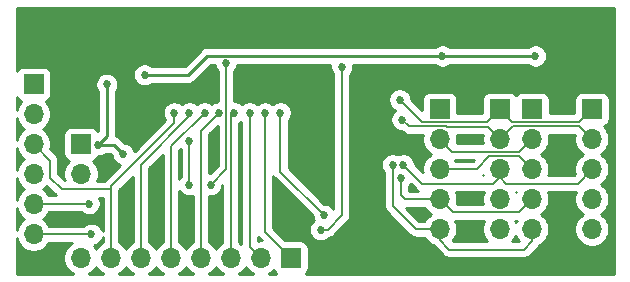
<source format=gbr>
%TF.GenerationSoftware,KiCad,Pcbnew,5.1.10-88a1d61d58~88~ubuntu20.04.1*%
%TF.CreationDate,2021-05-20T12:50:06-04:00*%
%TF.ProjectId,hexdisplay8,68657864-6973-4706-9c61-79382e6b6963,rev?*%
%TF.SameCoordinates,Original*%
%TF.FileFunction,Copper,L2,Bot*%
%TF.FilePolarity,Positive*%
%FSLAX46Y46*%
G04 Gerber Fmt 4.6, Leading zero omitted, Abs format (unit mm)*
G04 Created by KiCad (PCBNEW 5.1.10-88a1d61d58~88~ubuntu20.04.1) date 2021-05-20 12:50:06*
%MOMM*%
%LPD*%
G01*
G04 APERTURE LIST*
%TA.AperFunction,ComponentPad*%
%ADD10R,1.700000X1.700000*%
%TD*%
%TA.AperFunction,ComponentPad*%
%ADD11O,1.700000X1.700000*%
%TD*%
%TA.AperFunction,ViaPad*%
%ADD12C,0.685800*%
%TD*%
%TA.AperFunction,Conductor*%
%ADD13C,0.254000*%
%TD*%
%TA.AperFunction,Conductor*%
%ADD14C,0.152400*%
%TD*%
%TA.AperFunction,NonConductor*%
%ADD15C,0.254000*%
%TD*%
%TA.AperFunction,NonConductor*%
%ADD16C,0.100000*%
%TD*%
G04 APERTURE END LIST*
D10*
%TO.P,J3,1*%
%TO.N,GND*%
X142220000Y-110360000D03*
D11*
%TO.P,J3,2*%
%TO.N,VCC*%
X142220000Y-112900000D03*
%TD*%
D10*
%TO.P,J4,1*%
%TO.N,/D0*%
X160000000Y-120000000D03*
D11*
%TO.P,J4,2*%
%TO.N,/D1*%
X157460000Y-120000000D03*
%TO.P,J4,3*%
%TO.N,/D2*%
X154920000Y-120000000D03*
%TO.P,J4,4*%
%TO.N,/D3*%
X152380000Y-120000000D03*
%TO.P,J4,5*%
%TO.N,/D4*%
X149840000Y-120000000D03*
%TO.P,J4,6*%
%TO.N,/D5*%
X147300000Y-120000000D03*
%TO.P,J4,7*%
%TO.N,/D6*%
X144760000Y-120000000D03*
%TO.P,J4,8*%
%TO.N,/D7*%
X142220000Y-120000000D03*
%TD*%
D10*
%TO.P,J5,1*%
%TO.N,GND*%
X138200000Y-105280000D03*
D11*
%TO.P,J5,2*%
%TO.N,VCC*%
X138200000Y-107820000D03*
%TO.P,J5,3*%
%TO.N,/D6*%
X138200000Y-110360000D03*
%TO.P,J5,4*%
%TO.N,/D7*%
X138200000Y-112900000D03*
%TO.P,J5,5*%
%TO.N,/~RESET*%
X138200000Y-115440000D03*
%TO.P,J5,6*%
%TO.N,/D5*%
X138200000Y-117980000D03*
%TD*%
D10*
%TO.P,J11,1*%
%TO.N,/CA2*%
X172600000Y-107400000D03*
D11*
%TO.P,J11,2*%
%TO.N,/F*%
X172600000Y-109940000D03*
%TO.P,J11,3*%
%TO.N,/G*%
X172600000Y-112480000D03*
%TO.P,J11,4*%
%TO.N,/E*%
X172600000Y-115020000D03*
%TO.P,J11,5*%
%TO.N,/D*%
X172600000Y-117560000D03*
%TD*%
%TO.P,J12,5*%
%TO.N,/CA2*%
X177680000Y-117560000D03*
%TO.P,J12,4*%
%TO.N,Net-(J12-Pad4)*%
X177680000Y-115020000D03*
%TO.P,J12,3*%
%TO.N,/C*%
X177680000Y-112480000D03*
%TO.P,J12,2*%
%TO.N,/B*%
X177680000Y-109940000D03*
D10*
%TO.P,J12,1*%
%TO.N,/A*%
X177680000Y-107400000D03*
%TD*%
%TO.P,J21,1*%
%TO.N,/CA1*%
X180400000Y-107400000D03*
D11*
%TO.P,J21,2*%
%TO.N,/F*%
X180400000Y-109940000D03*
%TO.P,J21,3*%
%TO.N,/G*%
X180400000Y-112480000D03*
%TO.P,J21,4*%
%TO.N,/E*%
X180400000Y-115020000D03*
%TO.P,J21,5*%
%TO.N,/D*%
X180400000Y-117560000D03*
%TD*%
%TO.P,J22,5*%
%TO.N,/CA1*%
X185480000Y-117560000D03*
%TO.P,J22,4*%
%TO.N,Net-(J22-Pad4)*%
X185480000Y-115020000D03*
%TO.P,J22,3*%
%TO.N,/C*%
X185480000Y-112480000D03*
%TO.P,J22,2*%
%TO.N,/B*%
X185480000Y-109940000D03*
D10*
%TO.P,J22,1*%
%TO.N,/A*%
X185480000Y-107400000D03*
%TD*%
D12*
%TO.N,GND*%
X143700000Y-110400000D03*
X144400000Y-105300000D03*
X145804112Y-111204112D03*
%TO.N,/A*%
X169200000Y-106600000D03*
%TO.N,/D*%
X168600000Y-112100000D03*
%TO.N,/B*%
X169400000Y-108300000D03*
%TO.N,/E*%
X169300000Y-113200000D03*
%TO.N,/C*%
X169500000Y-112100000D03*
%TO.N,/D0*%
X157800000Y-107700000D03*
%TO.N,/D1*%
X156500000Y-107700000D03*
%TO.N,/D2*%
X155200000Y-107700000D03*
%TO.N,/D3*%
X153900000Y-107700000D03*
%TO.N,/D4*%
X152700000Y-107700000D03*
%TO.N,/D5*%
X151400000Y-107700000D03*
X143100000Y-118000000D03*
%TO.N,/D6*%
X150100000Y-107700000D03*
%TO.N,/~RESET*%
X142900000Y-115400000D03*
%TO.N,Net-(R1-Pad2)*%
X162500000Y-117600000D03*
X164300000Y-103800000D03*
%TO.N,Net-(R7-Pad2)*%
X162800000Y-116400000D03*
X159100000Y-107700000D03*
%TO.N,Net-(R8-Pad2)*%
X151400000Y-113800000D03*
X151400000Y-110100000D03*
%TO.N,Net-(R9-Pad2)*%
X153200000Y-113800000D03*
X154500000Y-103500000D03*
%TO.N,VCC*%
X147600000Y-104500000D03*
X172800000Y-102900000D03*
X180700000Y-102900000D03*
%TD*%
D13*
%TO.N,GND*%
X143700000Y-110400000D02*
X144400000Y-109700000D01*
X144400000Y-109700000D02*
X144400000Y-105300000D01*
X145804112Y-111204112D02*
X145000000Y-110400000D01*
X145000000Y-110400000D02*
X143700000Y-110400000D01*
D14*
%TO.N,/A*%
X176601399Y-108478601D02*
X177680000Y-107400000D01*
X171078601Y-108478601D02*
X176601399Y-108478601D01*
X169200000Y-106600000D02*
X171078601Y-108478601D01*
X177680000Y-107400000D02*
X177680000Y-107480000D01*
X184401399Y-108478601D02*
X185480000Y-107400000D01*
X178678601Y-108478601D02*
X184401399Y-108478601D01*
X177680000Y-107480000D02*
X178678601Y-108478601D01*
%TO.N,/D*%
X168600000Y-112100000D02*
X168600000Y-115600000D01*
X170560000Y-117560000D02*
X172600000Y-117560000D01*
X168600000Y-115600000D02*
X170560000Y-117560000D01*
X172600000Y-117560000D02*
X172600000Y-118500000D01*
X172600000Y-118500000D02*
X173400000Y-119300000D01*
X173400000Y-119300000D02*
X179700000Y-119300000D01*
X180400000Y-118600000D02*
X180400000Y-117560000D01*
X179700000Y-119300000D02*
X180400000Y-118600000D01*
%TO.N,/B*%
X169961399Y-108861399D02*
X173161399Y-108861399D01*
X169400000Y-108300000D02*
X169961399Y-108861399D01*
X173161399Y-108861399D02*
X173200000Y-108900000D01*
X176640000Y-108900000D02*
X177680000Y-109940000D01*
X173200000Y-108900000D02*
X176640000Y-108900000D01*
X184401399Y-108861399D02*
X185480000Y-109940000D01*
X178758601Y-108861399D02*
X184401399Y-108861399D01*
X177680000Y-109940000D02*
X178758601Y-108861399D01*
%TO.N,/E*%
X169720000Y-115020000D02*
X172600000Y-115020000D01*
X172600000Y-115020000D02*
X173700000Y-116120000D01*
X179300000Y-116120000D02*
X180400000Y-115020000D01*
X173700000Y-116120000D02*
X179300000Y-116120000D01*
X169300000Y-113200000D02*
X169300000Y-114700000D01*
X169620000Y-115020000D02*
X169720000Y-115020000D01*
X169300000Y-114700000D02*
X169620000Y-115020000D01*
%TO.N,/C*%
X177100000Y-113700000D02*
X177680000Y-113120000D01*
X177680000Y-113120000D02*
X177680000Y-112480000D01*
X171100000Y-113700000D02*
X177100000Y-113700000D01*
X169500000Y-112100000D02*
X171100000Y-113700000D01*
X177680000Y-112480000D02*
X177680000Y-113180000D01*
X177680000Y-113180000D02*
X178200000Y-113700000D01*
X184260000Y-113700000D02*
X185480000Y-112480000D01*
X178200000Y-113700000D02*
X184260000Y-113700000D01*
%TO.N,/G*%
X172600000Y-112480000D02*
X175720000Y-112480000D01*
X179321399Y-111401399D02*
X180400000Y-112480000D01*
X176798601Y-111401399D02*
X179321399Y-111401399D01*
X175720000Y-112480000D02*
X176798601Y-111401399D01*
%TO.N,/F*%
X172600000Y-109940000D02*
X173660000Y-111000000D01*
X179321399Y-111018601D02*
X180400000Y-109940000D01*
X177143670Y-111000000D02*
X177162271Y-111018601D01*
X177162271Y-111018601D02*
X179321399Y-111018601D01*
X173660000Y-111000000D02*
X177143670Y-111000000D01*
%TO.N,/D0*%
X157800000Y-117800000D02*
X160000000Y-120000000D01*
X157800000Y-107700000D02*
X157800000Y-117800000D01*
%TO.N,/D1*%
X156500000Y-119040000D02*
X157460000Y-120000000D01*
X156500000Y-107700000D02*
X156500000Y-119040000D01*
%TO.N,/D2*%
X155200000Y-107700000D02*
X155100000Y-107700000D01*
X155100000Y-107700000D02*
X154900000Y-107900000D01*
X154900000Y-119980000D02*
X154920000Y-120000000D01*
X154900000Y-107900000D02*
X154900000Y-119980000D01*
%TO.N,/D3*%
X152380000Y-109220000D02*
X152380000Y-120000000D01*
X153900000Y-107700000D02*
X152380000Y-109220000D01*
%TO.N,/D4*%
X149840000Y-110560000D02*
X149840000Y-120000000D01*
X152700000Y-107700000D02*
X149840000Y-110560000D01*
%TO.N,/D5*%
X151400000Y-107700000D02*
X151400000Y-108000000D01*
X151400000Y-108000000D02*
X147300000Y-112100000D01*
X147300000Y-112100000D02*
X147300000Y-120000000D01*
X138220000Y-118000000D02*
X138200000Y-117980000D01*
X143100000Y-118000000D02*
X138220000Y-118000000D01*
%TO.N,/D6*%
X150100000Y-107700000D02*
X150100000Y-108600000D01*
X150100000Y-108600000D02*
X144760000Y-113940000D01*
X138200000Y-110360000D02*
X138200000Y-110476330D01*
X144720000Y-114200000D02*
X144760000Y-114240000D01*
X144760000Y-114240000D02*
X144760000Y-120000000D01*
X144760000Y-113940000D02*
X144760000Y-114240000D01*
X138200000Y-110360000D02*
X139600000Y-111760000D01*
X139600000Y-111760000D02*
X139600000Y-113200000D01*
X140600000Y-114200000D02*
X142000000Y-114200000D01*
X139600000Y-113200000D02*
X140600000Y-114200000D01*
X142000000Y-114200000D02*
X144720000Y-114200000D01*
X141923670Y-114200000D02*
X142000000Y-114200000D01*
%TO.N,/~RESET*%
X138240000Y-115400000D02*
X138200000Y-115440000D01*
X142900000Y-115400000D02*
X138240000Y-115400000D01*
%TO.N,Net-(R1-Pad2)*%
X162500000Y-117600000D02*
X163100000Y-117600000D01*
X163100000Y-117600000D02*
X164300000Y-116400000D01*
X164300000Y-116400000D02*
X164300000Y-103800000D01*
%TO.N,Net-(R7-Pad2)*%
X162800000Y-116400000D02*
X159100000Y-112700000D01*
X159100000Y-112700000D02*
X159100000Y-107700000D01*
%TO.N,Net-(R8-Pad2)*%
X151400000Y-113800000D02*
X151400000Y-110100000D01*
%TO.N,Net-(R9-Pad2)*%
X154500000Y-112500000D02*
X154500000Y-103500000D01*
X153200000Y-113800000D02*
X154500000Y-112500000D01*
D13*
%TO.N,VCC*%
X147600000Y-104500000D02*
X151300000Y-104500000D01*
X151300000Y-104500000D02*
X152922301Y-102877699D01*
D14*
X172777699Y-102877699D02*
X172800000Y-102900000D01*
D13*
X152922301Y-102877699D02*
X172777699Y-102877699D01*
X172800000Y-102900000D02*
X180700000Y-102900000D01*
%TD*%
D15*
X136772068Y-118413158D02*
X136884010Y-118683411D01*
X137046525Y-118926632D01*
X137253368Y-119133475D01*
X137496589Y-119295990D01*
X137766842Y-119407932D01*
X138053740Y-119465000D01*
X138346260Y-119465000D01*
X138633158Y-119407932D01*
X138903411Y-119295990D01*
X139146632Y-119133475D01*
X139353475Y-118926632D01*
X139497422Y-118711200D01*
X141475896Y-118711200D01*
X141273368Y-118846525D01*
X141066525Y-119053368D01*
X140904010Y-119296589D01*
X140792068Y-119566842D01*
X140735000Y-119853740D01*
X140735000Y-120146260D01*
X140792068Y-120433158D01*
X140904010Y-120703411D01*
X141066525Y-120946632D01*
X141273368Y-121153475D01*
X141516589Y-121315990D01*
X141574555Y-121340000D01*
X136760000Y-121340000D01*
X136760000Y-118352489D01*
X136772068Y-118413158D01*
%TA.AperFunction,NonConductor*%
D16*
G36*
X136772068Y-118413158D02*
G01*
X136884010Y-118683411D01*
X137046525Y-118926632D01*
X137253368Y-119133475D01*
X137496589Y-119295990D01*
X137766842Y-119407932D01*
X138053740Y-119465000D01*
X138346260Y-119465000D01*
X138633158Y-119407932D01*
X138903411Y-119295990D01*
X139146632Y-119133475D01*
X139353475Y-118926632D01*
X139497422Y-118711200D01*
X141475896Y-118711200D01*
X141273368Y-118846525D01*
X141066525Y-119053368D01*
X140904010Y-119296589D01*
X140792068Y-119566842D01*
X140735000Y-119853740D01*
X140735000Y-120146260D01*
X140792068Y-120433158D01*
X140904010Y-120703411D01*
X141066525Y-120946632D01*
X141273368Y-121153475D01*
X141516589Y-121315990D01*
X141574555Y-121340000D01*
X136760000Y-121340000D01*
X136760000Y-118352489D01*
X136772068Y-118413158D01*
G37*
%TD.AperFunction*%
D15*
X143606525Y-120946632D02*
X143813368Y-121153475D01*
X144056589Y-121315990D01*
X144114555Y-121340000D01*
X142865445Y-121340000D01*
X142923411Y-121315990D01*
X143166632Y-121153475D01*
X143373475Y-120946632D01*
X143490000Y-120772240D01*
X143606525Y-120946632D01*
%TA.AperFunction,NonConductor*%
D16*
G36*
X143606525Y-120946632D02*
G01*
X143813368Y-121153475D01*
X144056589Y-121315990D01*
X144114555Y-121340000D01*
X142865445Y-121340000D01*
X142923411Y-121315990D01*
X143166632Y-121153475D01*
X143373475Y-120946632D01*
X143490000Y-120772240D01*
X143606525Y-120946632D01*
G37*
%TD.AperFunction*%
D15*
X146146525Y-120946632D02*
X146353368Y-121153475D01*
X146596589Y-121315990D01*
X146654555Y-121340000D01*
X145405445Y-121340000D01*
X145463411Y-121315990D01*
X145706632Y-121153475D01*
X145913475Y-120946632D01*
X146030000Y-120772240D01*
X146146525Y-120946632D01*
%TA.AperFunction,NonConductor*%
D16*
G36*
X146146525Y-120946632D02*
G01*
X146353368Y-121153475D01*
X146596589Y-121315990D01*
X146654555Y-121340000D01*
X145405445Y-121340000D01*
X145463411Y-121315990D01*
X145706632Y-121153475D01*
X145913475Y-120946632D01*
X146030000Y-120772240D01*
X146146525Y-120946632D01*
G37*
%TD.AperFunction*%
D15*
X148686525Y-120946632D02*
X148893368Y-121153475D01*
X149136589Y-121315990D01*
X149194555Y-121340000D01*
X147945445Y-121340000D01*
X148003411Y-121315990D01*
X148246632Y-121153475D01*
X148453475Y-120946632D01*
X148570000Y-120772240D01*
X148686525Y-120946632D01*
%TA.AperFunction,NonConductor*%
D16*
G36*
X148686525Y-120946632D02*
G01*
X148893368Y-121153475D01*
X149136589Y-121315990D01*
X149194555Y-121340000D01*
X147945445Y-121340000D01*
X148003411Y-121315990D01*
X148246632Y-121153475D01*
X148453475Y-120946632D01*
X148570000Y-120772240D01*
X148686525Y-120946632D01*
G37*
%TD.AperFunction*%
D15*
X153766525Y-120946632D02*
X153973368Y-121153475D01*
X154216589Y-121315990D01*
X154274555Y-121340000D01*
X153025445Y-121340000D01*
X153083411Y-121315990D01*
X153326632Y-121153475D01*
X153533475Y-120946632D01*
X153650000Y-120772240D01*
X153766525Y-120946632D01*
%TA.AperFunction,NonConductor*%
D16*
G36*
X153766525Y-120946632D02*
G01*
X153973368Y-121153475D01*
X154216589Y-121315990D01*
X154274555Y-121340000D01*
X153025445Y-121340000D01*
X153083411Y-121315990D01*
X153326632Y-121153475D01*
X153533475Y-120946632D01*
X153650000Y-120772240D01*
X153766525Y-120946632D01*
G37*
%TD.AperFunction*%
D15*
X158560498Y-121094180D02*
X158619463Y-121204494D01*
X158698815Y-121301185D01*
X158746111Y-121340000D01*
X158105445Y-121340000D01*
X158163411Y-121315990D01*
X158406632Y-121153475D01*
X158538487Y-121021620D01*
X158560498Y-121094180D01*
%TA.AperFunction,NonConductor*%
D16*
G36*
X158560498Y-121094180D02*
G01*
X158619463Y-121204494D01*
X158698815Y-121301185D01*
X158746111Y-121340000D01*
X158105445Y-121340000D01*
X158163411Y-121315990D01*
X158406632Y-121153475D01*
X158538487Y-121021620D01*
X158560498Y-121094180D01*
G37*
%TD.AperFunction*%
D15*
X156306525Y-120946632D02*
X156513368Y-121153475D01*
X156756589Y-121315990D01*
X156814555Y-121340000D01*
X155565445Y-121340000D01*
X155623411Y-121315990D01*
X155866632Y-121153475D01*
X156073475Y-120946632D01*
X156190000Y-120772240D01*
X156306525Y-120946632D01*
%TA.AperFunction,NonConductor*%
D16*
G36*
X156306525Y-120946632D02*
G01*
X156513368Y-121153475D01*
X156756589Y-121315990D01*
X156814555Y-121340000D01*
X155565445Y-121340000D01*
X155623411Y-121315990D01*
X155866632Y-121153475D01*
X156073475Y-120946632D01*
X156190000Y-120772240D01*
X156306525Y-120946632D01*
G37*
%TD.AperFunction*%
D15*
X151226525Y-120946632D02*
X151433368Y-121153475D01*
X151676589Y-121315990D01*
X151734555Y-121340000D01*
X150485445Y-121340000D01*
X150543411Y-121315990D01*
X150786632Y-121153475D01*
X150993475Y-120946632D01*
X151110000Y-120772240D01*
X151226525Y-120946632D01*
%TA.AperFunction,NonConductor*%
D16*
G36*
X151226525Y-120946632D02*
G01*
X151433368Y-121153475D01*
X151676589Y-121315990D01*
X151734555Y-121340000D01*
X150485445Y-121340000D01*
X150543411Y-121315990D01*
X150786632Y-121153475D01*
X150993475Y-120946632D01*
X151110000Y-120772240D01*
X151226525Y-120946632D01*
G37*
%TD.AperFunction*%
D15*
X187340000Y-121340000D02*
X161253889Y-121340000D01*
X161301185Y-121301185D01*
X161380537Y-121204494D01*
X161439502Y-121094180D01*
X161475812Y-120974482D01*
X161488072Y-120850000D01*
X161488072Y-119150000D01*
X161475812Y-119025518D01*
X161439502Y-118905820D01*
X161380537Y-118795506D01*
X161301185Y-118698815D01*
X161204494Y-118619463D01*
X161094180Y-118560498D01*
X160974482Y-118524188D01*
X160850000Y-118511928D01*
X159517716Y-118511928D01*
X158511200Y-117505413D01*
X158511200Y-113103614D01*
X158594673Y-113205326D01*
X158621811Y-113227598D01*
X161822100Y-116427888D01*
X161822100Y-116496315D01*
X161859680Y-116685243D01*
X161913694Y-116815646D01*
X161876625Y-116840415D01*
X161740415Y-116976625D01*
X161633396Y-117136790D01*
X161559680Y-117314757D01*
X161522100Y-117503685D01*
X161522100Y-117696315D01*
X161559680Y-117885243D01*
X161633396Y-118063210D01*
X161740415Y-118223375D01*
X161876625Y-118359585D01*
X162036790Y-118466604D01*
X162214757Y-118540320D01*
X162403685Y-118577900D01*
X162596315Y-118577900D01*
X162785243Y-118540320D01*
X162963210Y-118466604D01*
X163123375Y-118359585D01*
X163175783Y-118307177D01*
X163239420Y-118300909D01*
X163373481Y-118260242D01*
X163497033Y-118194202D01*
X163605327Y-118105327D01*
X163627601Y-118078186D01*
X164778200Y-116927588D01*
X164805326Y-116905327D01*
X164827588Y-116878201D01*
X164827597Y-116878192D01*
X164894202Y-116797033D01*
X164903177Y-116780242D01*
X164960242Y-116673481D01*
X165000909Y-116539420D01*
X165011200Y-116434936D01*
X165011200Y-116434927D01*
X165014640Y-116400001D01*
X165011200Y-116365075D01*
X165011200Y-112003685D01*
X167622100Y-112003685D01*
X167622100Y-112196315D01*
X167659680Y-112385243D01*
X167733396Y-112563210D01*
X167840415Y-112723375D01*
X167888800Y-112771760D01*
X167888801Y-115565064D01*
X167885360Y-115600000D01*
X167888801Y-115634936D01*
X167899092Y-115739420D01*
X167916569Y-115797033D01*
X167939759Y-115873481D01*
X168005798Y-115997032D01*
X168069785Y-116075000D01*
X168094674Y-116105327D01*
X168121810Y-116127597D01*
X170032407Y-118038196D01*
X170054673Y-118065327D01*
X170081804Y-118087593D01*
X170081809Y-118087598D01*
X170162967Y-118154202D01*
X170286518Y-118220242D01*
X170307211Y-118226519D01*
X170420580Y-118260909D01*
X170525064Y-118271200D01*
X170525071Y-118271200D01*
X170560000Y-118274640D01*
X170594928Y-118271200D01*
X171289214Y-118271200D01*
X171446525Y-118506632D01*
X171653368Y-118713475D01*
X171896589Y-118875990D01*
X172035879Y-118933686D01*
X172094674Y-119005327D01*
X172121810Y-119027597D01*
X172872402Y-119778190D01*
X172894673Y-119805327D01*
X173002967Y-119894202D01*
X173126519Y-119960242D01*
X173260580Y-120000909D01*
X173365064Y-120011200D01*
X173365071Y-120011200D01*
X173400000Y-120014640D01*
X173434928Y-120011200D01*
X179665074Y-120011200D01*
X179700000Y-120014640D01*
X179734926Y-120011200D01*
X179734936Y-120011200D01*
X179839420Y-120000909D01*
X179973481Y-119960242D01*
X180097033Y-119894202D01*
X180205327Y-119805327D01*
X180227601Y-119778186D01*
X180878200Y-119127589D01*
X180905326Y-119105327D01*
X180927588Y-119078201D01*
X180927597Y-119078192D01*
X180994201Y-118997034D01*
X180994202Y-118997033D01*
X181046244Y-118899669D01*
X181103411Y-118875990D01*
X181346632Y-118713475D01*
X181553475Y-118506632D01*
X181715990Y-118263411D01*
X181827932Y-117993158D01*
X181885000Y-117706260D01*
X181885000Y-117413740D01*
X181827932Y-117126842D01*
X181715990Y-116856589D01*
X181553475Y-116613368D01*
X181346632Y-116406525D01*
X181172240Y-116290000D01*
X181346632Y-116173475D01*
X181553475Y-115966632D01*
X181715990Y-115723411D01*
X181827932Y-115453158D01*
X181885000Y-115166260D01*
X181885000Y-114873740D01*
X181827932Y-114586842D01*
X181755179Y-114411200D01*
X184124821Y-114411200D01*
X184052068Y-114586842D01*
X183995000Y-114873740D01*
X183995000Y-115166260D01*
X184052068Y-115453158D01*
X184164010Y-115723411D01*
X184326525Y-115966632D01*
X184533368Y-116173475D01*
X184707760Y-116290000D01*
X184533368Y-116406525D01*
X184326525Y-116613368D01*
X184164010Y-116856589D01*
X184052068Y-117126842D01*
X183995000Y-117413740D01*
X183995000Y-117706260D01*
X184052068Y-117993158D01*
X184164010Y-118263411D01*
X184326525Y-118506632D01*
X184533368Y-118713475D01*
X184776589Y-118875990D01*
X185046842Y-118987932D01*
X185333740Y-119045000D01*
X185626260Y-119045000D01*
X185913158Y-118987932D01*
X186183411Y-118875990D01*
X186426632Y-118713475D01*
X186633475Y-118506632D01*
X186795990Y-118263411D01*
X186907932Y-117993158D01*
X186965000Y-117706260D01*
X186965000Y-117413740D01*
X186907932Y-117126842D01*
X186795990Y-116856589D01*
X186633475Y-116613368D01*
X186426632Y-116406525D01*
X186252240Y-116290000D01*
X186426632Y-116173475D01*
X186633475Y-115966632D01*
X186795990Y-115723411D01*
X186907932Y-115453158D01*
X186965000Y-115166260D01*
X186965000Y-114873740D01*
X186907932Y-114586842D01*
X186795990Y-114316589D01*
X186633475Y-114073368D01*
X186426632Y-113866525D01*
X186252240Y-113750000D01*
X186426632Y-113633475D01*
X186633475Y-113426632D01*
X186795990Y-113183411D01*
X186907932Y-112913158D01*
X186965000Y-112626260D01*
X186965000Y-112333740D01*
X186907932Y-112046842D01*
X186795990Y-111776589D01*
X186633475Y-111533368D01*
X186426632Y-111326525D01*
X186252240Y-111210000D01*
X186426632Y-111093475D01*
X186633475Y-110886632D01*
X186795990Y-110643411D01*
X186907932Y-110373158D01*
X186965000Y-110086260D01*
X186965000Y-109793740D01*
X186907932Y-109506842D01*
X186795990Y-109236589D01*
X186633475Y-108993368D01*
X186501620Y-108861513D01*
X186574180Y-108839502D01*
X186684494Y-108780537D01*
X186781185Y-108701185D01*
X186860537Y-108604494D01*
X186919502Y-108494180D01*
X186955812Y-108374482D01*
X186968072Y-108250000D01*
X186968072Y-106550000D01*
X186955812Y-106425518D01*
X186919502Y-106305820D01*
X186860537Y-106195506D01*
X186781185Y-106098815D01*
X186684494Y-106019463D01*
X186574180Y-105960498D01*
X186454482Y-105924188D01*
X186330000Y-105911928D01*
X184630000Y-105911928D01*
X184505518Y-105924188D01*
X184385820Y-105960498D01*
X184275506Y-106019463D01*
X184178815Y-106098815D01*
X184099463Y-106195506D01*
X184040498Y-106305820D01*
X184004188Y-106425518D01*
X183991928Y-106550000D01*
X183991928Y-107767401D01*
X181888072Y-107767401D01*
X181888072Y-106550000D01*
X181875812Y-106425518D01*
X181839502Y-106305820D01*
X181780537Y-106195506D01*
X181701185Y-106098815D01*
X181604494Y-106019463D01*
X181494180Y-105960498D01*
X181374482Y-105924188D01*
X181250000Y-105911928D01*
X179550000Y-105911928D01*
X179425518Y-105924188D01*
X179305820Y-105960498D01*
X179195506Y-106019463D01*
X179098815Y-106098815D01*
X179040000Y-106170482D01*
X178981185Y-106098815D01*
X178884494Y-106019463D01*
X178774180Y-105960498D01*
X178654482Y-105924188D01*
X178530000Y-105911928D01*
X176830000Y-105911928D01*
X176705518Y-105924188D01*
X176585820Y-105960498D01*
X176475506Y-106019463D01*
X176378815Y-106098815D01*
X176299463Y-106195506D01*
X176240498Y-106305820D01*
X176204188Y-106425518D01*
X176191928Y-106550000D01*
X176191928Y-107767401D01*
X174088072Y-107767401D01*
X174088072Y-106550000D01*
X174075812Y-106425518D01*
X174039502Y-106305820D01*
X173980537Y-106195506D01*
X173901185Y-106098815D01*
X173804494Y-106019463D01*
X173694180Y-105960498D01*
X173574482Y-105924188D01*
X173450000Y-105911928D01*
X171750000Y-105911928D01*
X171625518Y-105924188D01*
X171505820Y-105960498D01*
X171395506Y-106019463D01*
X171298815Y-106098815D01*
X171219463Y-106195506D01*
X171160498Y-106305820D01*
X171124188Y-106425518D01*
X171111928Y-106550000D01*
X171111928Y-107506140D01*
X170177900Y-106572113D01*
X170177900Y-106503685D01*
X170140320Y-106314757D01*
X170066604Y-106136790D01*
X169959585Y-105976625D01*
X169823375Y-105840415D01*
X169663210Y-105733396D01*
X169485243Y-105659680D01*
X169296315Y-105622100D01*
X169103685Y-105622100D01*
X168914757Y-105659680D01*
X168736790Y-105733396D01*
X168576625Y-105840415D01*
X168440415Y-105976625D01*
X168333396Y-106136790D01*
X168259680Y-106314757D01*
X168222100Y-106503685D01*
X168222100Y-106696315D01*
X168259680Y-106885243D01*
X168333396Y-107063210D01*
X168440415Y-107223375D01*
X168576625Y-107359585D01*
X168736790Y-107466604D01*
X168829573Y-107505036D01*
X168776625Y-107540415D01*
X168640415Y-107676625D01*
X168533396Y-107836790D01*
X168459680Y-108014757D01*
X168422100Y-108203685D01*
X168422100Y-108396315D01*
X168459680Y-108585243D01*
X168533396Y-108763210D01*
X168640415Y-108923375D01*
X168776625Y-109059585D01*
X168936790Y-109166604D01*
X169114757Y-109240320D01*
X169303685Y-109277900D01*
X169372112Y-109277900D01*
X169433801Y-109339589D01*
X169456072Y-109366726D01*
X169564366Y-109455601D01*
X169687918Y-109521641D01*
X169821979Y-109562308D01*
X169926463Y-109572599D01*
X169926472Y-109572599D01*
X169961398Y-109576039D01*
X169996324Y-109572599D01*
X171158988Y-109572599D01*
X171115000Y-109793740D01*
X171115000Y-110086260D01*
X171172068Y-110373158D01*
X171284010Y-110643411D01*
X171446525Y-110886632D01*
X171653368Y-111093475D01*
X171827760Y-111210000D01*
X171653368Y-111326525D01*
X171446525Y-111533368D01*
X171284010Y-111776589D01*
X171172068Y-112046842D01*
X171115000Y-112333740D01*
X171115000Y-112626260D01*
X171135597Y-112729809D01*
X170477900Y-112072112D01*
X170477900Y-112003685D01*
X170440320Y-111814757D01*
X170366604Y-111636790D01*
X170259585Y-111476625D01*
X170123375Y-111340415D01*
X169963210Y-111233396D01*
X169785243Y-111159680D01*
X169596315Y-111122100D01*
X169403685Y-111122100D01*
X169214757Y-111159680D01*
X169050000Y-111227924D01*
X168885243Y-111159680D01*
X168696315Y-111122100D01*
X168503685Y-111122100D01*
X168314757Y-111159680D01*
X168136790Y-111233396D01*
X167976625Y-111340415D01*
X167840415Y-111476625D01*
X167733396Y-111636790D01*
X167659680Y-111814757D01*
X167622100Y-112003685D01*
X165011200Y-112003685D01*
X165011200Y-104471760D01*
X165059585Y-104423375D01*
X165166604Y-104263210D01*
X165240320Y-104085243D01*
X165277900Y-103896315D01*
X165277900Y-103703685D01*
X165265172Y-103639699D01*
X172156739Y-103639699D01*
X172176625Y-103659585D01*
X172336790Y-103766604D01*
X172514757Y-103840320D01*
X172703685Y-103877900D01*
X172896315Y-103877900D01*
X173085243Y-103840320D01*
X173263210Y-103766604D01*
X173419761Y-103662000D01*
X180080239Y-103662000D01*
X180236790Y-103766604D01*
X180414757Y-103840320D01*
X180603685Y-103877900D01*
X180796315Y-103877900D01*
X180985243Y-103840320D01*
X181163210Y-103766604D01*
X181323375Y-103659585D01*
X181459585Y-103523375D01*
X181566604Y-103363210D01*
X181640320Y-103185243D01*
X181677900Y-102996315D01*
X181677900Y-102803685D01*
X181640320Y-102614757D01*
X181566604Y-102436790D01*
X181459585Y-102276625D01*
X181323375Y-102140415D01*
X181163210Y-102033396D01*
X180985243Y-101959680D01*
X180796315Y-101922100D01*
X180603685Y-101922100D01*
X180414757Y-101959680D01*
X180236790Y-102033396D01*
X180080239Y-102138000D01*
X173419761Y-102138000D01*
X173263210Y-102033396D01*
X173085243Y-101959680D01*
X172896315Y-101922100D01*
X172703685Y-101922100D01*
X172514757Y-101959680D01*
X172336790Y-102033396D01*
X172213615Y-102115699D01*
X152959723Y-102115699D01*
X152922300Y-102112013D01*
X152884877Y-102115699D01*
X152884875Y-102115699D01*
X152772923Y-102126725D01*
X152629286Y-102170297D01*
X152496909Y-102241054D01*
X152380879Y-102336277D01*
X152357022Y-102365347D01*
X150984370Y-103738000D01*
X148219761Y-103738000D01*
X148063210Y-103633396D01*
X147885243Y-103559680D01*
X147696315Y-103522100D01*
X147503685Y-103522100D01*
X147314757Y-103559680D01*
X147136790Y-103633396D01*
X146976625Y-103740415D01*
X146840415Y-103876625D01*
X146733396Y-104036790D01*
X146659680Y-104214757D01*
X146622100Y-104403685D01*
X146622100Y-104596315D01*
X146659680Y-104785243D01*
X146733396Y-104963210D01*
X146840415Y-105123375D01*
X146976625Y-105259585D01*
X147136790Y-105366604D01*
X147314757Y-105440320D01*
X147503685Y-105477900D01*
X147696315Y-105477900D01*
X147885243Y-105440320D01*
X148063210Y-105366604D01*
X148219761Y-105262000D01*
X151262577Y-105262000D01*
X151300000Y-105265686D01*
X151337423Y-105262000D01*
X151337426Y-105262000D01*
X151449378Y-105250974D01*
X151593015Y-105207402D01*
X151725392Y-105136645D01*
X151841422Y-105041422D01*
X151865284Y-105012346D01*
X153237932Y-103639699D01*
X153530730Y-103639699D01*
X153559680Y-103785243D01*
X153633396Y-103963210D01*
X153740415Y-104123375D01*
X153788801Y-104171761D01*
X153788801Y-106725061D01*
X153614757Y-106759680D01*
X153436790Y-106833396D01*
X153300000Y-106924796D01*
X153163210Y-106833396D01*
X152985243Y-106759680D01*
X152796315Y-106722100D01*
X152603685Y-106722100D01*
X152414757Y-106759680D01*
X152236790Y-106833396D01*
X152076625Y-106940415D01*
X152050000Y-106967040D01*
X152023375Y-106940415D01*
X151863210Y-106833396D01*
X151685243Y-106759680D01*
X151496315Y-106722100D01*
X151303685Y-106722100D01*
X151114757Y-106759680D01*
X150936790Y-106833396D01*
X150776625Y-106940415D01*
X150750000Y-106967040D01*
X150723375Y-106940415D01*
X150563210Y-106833396D01*
X150385243Y-106759680D01*
X150196315Y-106722100D01*
X150003685Y-106722100D01*
X149814757Y-106759680D01*
X149636790Y-106833396D01*
X149476625Y-106940415D01*
X149340415Y-107076625D01*
X149233396Y-107236790D01*
X149159680Y-107414757D01*
X149122100Y-107603685D01*
X149122100Y-107796315D01*
X149159680Y-107985243D01*
X149233396Y-108163210D01*
X149340415Y-108323375D01*
X149355626Y-108338586D01*
X146749560Y-110944652D01*
X146744432Y-110918869D01*
X146670716Y-110740902D01*
X146563697Y-110580737D01*
X146427487Y-110444527D01*
X146267322Y-110337508D01*
X146089355Y-110263792D01*
X145904691Y-110227060D01*
X145565284Y-109887653D01*
X145541422Y-109858578D01*
X145425392Y-109763355D01*
X145293015Y-109692598D01*
X145162000Y-109652855D01*
X145162000Y-105919761D01*
X145266604Y-105763210D01*
X145340320Y-105585243D01*
X145377900Y-105396315D01*
X145377900Y-105203685D01*
X145340320Y-105014757D01*
X145266604Y-104836790D01*
X145159585Y-104676625D01*
X145023375Y-104540415D01*
X144863210Y-104433396D01*
X144685243Y-104359680D01*
X144496315Y-104322100D01*
X144303685Y-104322100D01*
X144114757Y-104359680D01*
X143936790Y-104433396D01*
X143776625Y-104540415D01*
X143640415Y-104676625D01*
X143533396Y-104836790D01*
X143459680Y-105014757D01*
X143422100Y-105203685D01*
X143422100Y-105396315D01*
X143459680Y-105585243D01*
X143533396Y-105763210D01*
X143638001Y-105919762D01*
X143638000Y-109225593D01*
X143600537Y-109155506D01*
X143521185Y-109058815D01*
X143424494Y-108979463D01*
X143314180Y-108920498D01*
X143194482Y-108884188D01*
X143070000Y-108871928D01*
X141370000Y-108871928D01*
X141245518Y-108884188D01*
X141125820Y-108920498D01*
X141015506Y-108979463D01*
X140918815Y-109058815D01*
X140839463Y-109155506D01*
X140780498Y-109265820D01*
X140744188Y-109385518D01*
X140731928Y-109510000D01*
X140731928Y-111210000D01*
X140744188Y-111334482D01*
X140780498Y-111454180D01*
X140839463Y-111564494D01*
X140918815Y-111661185D01*
X141015506Y-111740537D01*
X141125820Y-111799502D01*
X141198380Y-111821513D01*
X141066525Y-111953368D01*
X140904010Y-112196589D01*
X140792068Y-112466842D01*
X140735000Y-112753740D01*
X140735000Y-113046260D01*
X140792068Y-113333158D01*
X140829630Y-113423842D01*
X140311200Y-112905413D01*
X140311200Y-111794926D01*
X140314640Y-111760000D01*
X140311200Y-111725074D01*
X140311200Y-111725064D01*
X140300909Y-111620580D01*
X140260242Y-111486519D01*
X140194202Y-111362967D01*
X140170825Y-111334482D01*
X140127597Y-111281809D01*
X140127593Y-111281805D01*
X140105326Y-111254673D01*
X140078195Y-111232407D01*
X139629759Y-110783972D01*
X139685000Y-110506260D01*
X139685000Y-110213740D01*
X139627932Y-109926842D01*
X139515990Y-109656589D01*
X139353475Y-109413368D01*
X139146632Y-109206525D01*
X138972240Y-109090000D01*
X139146632Y-108973475D01*
X139353475Y-108766632D01*
X139515990Y-108523411D01*
X139627932Y-108253158D01*
X139685000Y-107966260D01*
X139685000Y-107673740D01*
X139627932Y-107386842D01*
X139515990Y-107116589D01*
X139353475Y-106873368D01*
X139221620Y-106741513D01*
X139294180Y-106719502D01*
X139404494Y-106660537D01*
X139501185Y-106581185D01*
X139580537Y-106484494D01*
X139639502Y-106374180D01*
X139675812Y-106254482D01*
X139688072Y-106130000D01*
X139688072Y-104430000D01*
X139675812Y-104305518D01*
X139639502Y-104185820D01*
X139580537Y-104075506D01*
X139501185Y-103978815D01*
X139404494Y-103899463D01*
X139294180Y-103840498D01*
X139174482Y-103804188D01*
X139050000Y-103791928D01*
X137350000Y-103791928D01*
X137225518Y-103804188D01*
X137105820Y-103840498D01*
X136995506Y-103899463D01*
X136898815Y-103978815D01*
X136819463Y-104075506D01*
X136760498Y-104185820D01*
X136760000Y-104187462D01*
X136760000Y-98860000D01*
X187340001Y-98860000D01*
X187340000Y-121340000D01*
%TA.AperFunction,NonConductor*%
D16*
G36*
X187340000Y-121340000D02*
G01*
X161253889Y-121340000D01*
X161301185Y-121301185D01*
X161380537Y-121204494D01*
X161439502Y-121094180D01*
X161475812Y-120974482D01*
X161488072Y-120850000D01*
X161488072Y-119150000D01*
X161475812Y-119025518D01*
X161439502Y-118905820D01*
X161380537Y-118795506D01*
X161301185Y-118698815D01*
X161204494Y-118619463D01*
X161094180Y-118560498D01*
X160974482Y-118524188D01*
X160850000Y-118511928D01*
X159517716Y-118511928D01*
X158511200Y-117505413D01*
X158511200Y-113103614D01*
X158594673Y-113205326D01*
X158621811Y-113227598D01*
X161822100Y-116427888D01*
X161822100Y-116496315D01*
X161859680Y-116685243D01*
X161913694Y-116815646D01*
X161876625Y-116840415D01*
X161740415Y-116976625D01*
X161633396Y-117136790D01*
X161559680Y-117314757D01*
X161522100Y-117503685D01*
X161522100Y-117696315D01*
X161559680Y-117885243D01*
X161633396Y-118063210D01*
X161740415Y-118223375D01*
X161876625Y-118359585D01*
X162036790Y-118466604D01*
X162214757Y-118540320D01*
X162403685Y-118577900D01*
X162596315Y-118577900D01*
X162785243Y-118540320D01*
X162963210Y-118466604D01*
X163123375Y-118359585D01*
X163175783Y-118307177D01*
X163239420Y-118300909D01*
X163373481Y-118260242D01*
X163497033Y-118194202D01*
X163605327Y-118105327D01*
X163627601Y-118078186D01*
X164778200Y-116927588D01*
X164805326Y-116905327D01*
X164827588Y-116878201D01*
X164827597Y-116878192D01*
X164894202Y-116797033D01*
X164903177Y-116780242D01*
X164960242Y-116673481D01*
X165000909Y-116539420D01*
X165011200Y-116434936D01*
X165011200Y-116434927D01*
X165014640Y-116400001D01*
X165011200Y-116365075D01*
X165011200Y-112003685D01*
X167622100Y-112003685D01*
X167622100Y-112196315D01*
X167659680Y-112385243D01*
X167733396Y-112563210D01*
X167840415Y-112723375D01*
X167888800Y-112771760D01*
X167888801Y-115565064D01*
X167885360Y-115600000D01*
X167888801Y-115634936D01*
X167899092Y-115739420D01*
X167916569Y-115797033D01*
X167939759Y-115873481D01*
X168005798Y-115997032D01*
X168069785Y-116075000D01*
X168094674Y-116105327D01*
X168121810Y-116127597D01*
X170032407Y-118038196D01*
X170054673Y-118065327D01*
X170081804Y-118087593D01*
X170081809Y-118087598D01*
X170162967Y-118154202D01*
X170286518Y-118220242D01*
X170307211Y-118226519D01*
X170420580Y-118260909D01*
X170525064Y-118271200D01*
X170525071Y-118271200D01*
X170560000Y-118274640D01*
X170594928Y-118271200D01*
X171289214Y-118271200D01*
X171446525Y-118506632D01*
X171653368Y-118713475D01*
X171896589Y-118875990D01*
X172035879Y-118933686D01*
X172094674Y-119005327D01*
X172121810Y-119027597D01*
X172872402Y-119778190D01*
X172894673Y-119805327D01*
X173002967Y-119894202D01*
X173126519Y-119960242D01*
X173260580Y-120000909D01*
X173365064Y-120011200D01*
X173365071Y-120011200D01*
X173400000Y-120014640D01*
X173434928Y-120011200D01*
X179665074Y-120011200D01*
X179700000Y-120014640D01*
X179734926Y-120011200D01*
X179734936Y-120011200D01*
X179839420Y-120000909D01*
X179973481Y-119960242D01*
X180097033Y-119894202D01*
X180205327Y-119805327D01*
X180227601Y-119778186D01*
X180878200Y-119127589D01*
X180905326Y-119105327D01*
X180927588Y-119078201D01*
X180927597Y-119078192D01*
X180994201Y-118997034D01*
X180994202Y-118997033D01*
X181046244Y-118899669D01*
X181103411Y-118875990D01*
X181346632Y-118713475D01*
X181553475Y-118506632D01*
X181715990Y-118263411D01*
X181827932Y-117993158D01*
X181885000Y-117706260D01*
X181885000Y-117413740D01*
X181827932Y-117126842D01*
X181715990Y-116856589D01*
X181553475Y-116613368D01*
X181346632Y-116406525D01*
X181172240Y-116290000D01*
X181346632Y-116173475D01*
X181553475Y-115966632D01*
X181715990Y-115723411D01*
X181827932Y-115453158D01*
X181885000Y-115166260D01*
X181885000Y-114873740D01*
X181827932Y-114586842D01*
X181755179Y-114411200D01*
X184124821Y-114411200D01*
X184052068Y-114586842D01*
X183995000Y-114873740D01*
X183995000Y-115166260D01*
X184052068Y-115453158D01*
X184164010Y-115723411D01*
X184326525Y-115966632D01*
X184533368Y-116173475D01*
X184707760Y-116290000D01*
X184533368Y-116406525D01*
X184326525Y-116613368D01*
X184164010Y-116856589D01*
X184052068Y-117126842D01*
X183995000Y-117413740D01*
X183995000Y-117706260D01*
X184052068Y-117993158D01*
X184164010Y-118263411D01*
X184326525Y-118506632D01*
X184533368Y-118713475D01*
X184776589Y-118875990D01*
X185046842Y-118987932D01*
X185333740Y-119045000D01*
X185626260Y-119045000D01*
X185913158Y-118987932D01*
X186183411Y-118875990D01*
X186426632Y-118713475D01*
X186633475Y-118506632D01*
X186795990Y-118263411D01*
X186907932Y-117993158D01*
X186965000Y-117706260D01*
X186965000Y-117413740D01*
X186907932Y-117126842D01*
X186795990Y-116856589D01*
X186633475Y-116613368D01*
X186426632Y-116406525D01*
X186252240Y-116290000D01*
X186426632Y-116173475D01*
X186633475Y-115966632D01*
X186795990Y-115723411D01*
X186907932Y-115453158D01*
X186965000Y-115166260D01*
X186965000Y-114873740D01*
X186907932Y-114586842D01*
X186795990Y-114316589D01*
X186633475Y-114073368D01*
X186426632Y-113866525D01*
X186252240Y-113750000D01*
X186426632Y-113633475D01*
X186633475Y-113426632D01*
X186795990Y-113183411D01*
X186907932Y-112913158D01*
X186965000Y-112626260D01*
X186965000Y-112333740D01*
X186907932Y-112046842D01*
X186795990Y-111776589D01*
X186633475Y-111533368D01*
X186426632Y-111326525D01*
X186252240Y-111210000D01*
X186426632Y-111093475D01*
X186633475Y-110886632D01*
X186795990Y-110643411D01*
X186907932Y-110373158D01*
X186965000Y-110086260D01*
X186965000Y-109793740D01*
X186907932Y-109506842D01*
X186795990Y-109236589D01*
X186633475Y-108993368D01*
X186501620Y-108861513D01*
X186574180Y-108839502D01*
X186684494Y-108780537D01*
X186781185Y-108701185D01*
X186860537Y-108604494D01*
X186919502Y-108494180D01*
X186955812Y-108374482D01*
X186968072Y-108250000D01*
X186968072Y-106550000D01*
X186955812Y-106425518D01*
X186919502Y-106305820D01*
X186860537Y-106195506D01*
X186781185Y-106098815D01*
X186684494Y-106019463D01*
X186574180Y-105960498D01*
X186454482Y-105924188D01*
X186330000Y-105911928D01*
X184630000Y-105911928D01*
X184505518Y-105924188D01*
X184385820Y-105960498D01*
X184275506Y-106019463D01*
X184178815Y-106098815D01*
X184099463Y-106195506D01*
X184040498Y-106305820D01*
X184004188Y-106425518D01*
X183991928Y-106550000D01*
X183991928Y-107767401D01*
X181888072Y-107767401D01*
X181888072Y-106550000D01*
X181875812Y-106425518D01*
X181839502Y-106305820D01*
X181780537Y-106195506D01*
X181701185Y-106098815D01*
X181604494Y-106019463D01*
X181494180Y-105960498D01*
X181374482Y-105924188D01*
X181250000Y-105911928D01*
X179550000Y-105911928D01*
X179425518Y-105924188D01*
X179305820Y-105960498D01*
X179195506Y-106019463D01*
X179098815Y-106098815D01*
X179040000Y-106170482D01*
X178981185Y-106098815D01*
X178884494Y-106019463D01*
X178774180Y-105960498D01*
X178654482Y-105924188D01*
X178530000Y-105911928D01*
X176830000Y-105911928D01*
X176705518Y-105924188D01*
X176585820Y-105960498D01*
X176475506Y-106019463D01*
X176378815Y-106098815D01*
X176299463Y-106195506D01*
X176240498Y-106305820D01*
X176204188Y-106425518D01*
X176191928Y-106550000D01*
X176191928Y-107767401D01*
X174088072Y-107767401D01*
X174088072Y-106550000D01*
X174075812Y-106425518D01*
X174039502Y-106305820D01*
X173980537Y-106195506D01*
X173901185Y-106098815D01*
X173804494Y-106019463D01*
X173694180Y-105960498D01*
X173574482Y-105924188D01*
X173450000Y-105911928D01*
X171750000Y-105911928D01*
X171625518Y-105924188D01*
X171505820Y-105960498D01*
X171395506Y-106019463D01*
X171298815Y-106098815D01*
X171219463Y-106195506D01*
X171160498Y-106305820D01*
X171124188Y-106425518D01*
X171111928Y-106550000D01*
X171111928Y-107506140D01*
X170177900Y-106572113D01*
X170177900Y-106503685D01*
X170140320Y-106314757D01*
X170066604Y-106136790D01*
X169959585Y-105976625D01*
X169823375Y-105840415D01*
X169663210Y-105733396D01*
X169485243Y-105659680D01*
X169296315Y-105622100D01*
X169103685Y-105622100D01*
X168914757Y-105659680D01*
X168736790Y-105733396D01*
X168576625Y-105840415D01*
X168440415Y-105976625D01*
X168333396Y-106136790D01*
X168259680Y-106314757D01*
X168222100Y-106503685D01*
X168222100Y-106696315D01*
X168259680Y-106885243D01*
X168333396Y-107063210D01*
X168440415Y-107223375D01*
X168576625Y-107359585D01*
X168736790Y-107466604D01*
X168829573Y-107505036D01*
X168776625Y-107540415D01*
X168640415Y-107676625D01*
X168533396Y-107836790D01*
X168459680Y-108014757D01*
X168422100Y-108203685D01*
X168422100Y-108396315D01*
X168459680Y-108585243D01*
X168533396Y-108763210D01*
X168640415Y-108923375D01*
X168776625Y-109059585D01*
X168936790Y-109166604D01*
X169114757Y-109240320D01*
X169303685Y-109277900D01*
X169372112Y-109277900D01*
X169433801Y-109339589D01*
X169456072Y-109366726D01*
X169564366Y-109455601D01*
X169687918Y-109521641D01*
X169821979Y-109562308D01*
X169926463Y-109572599D01*
X169926472Y-109572599D01*
X169961398Y-109576039D01*
X169996324Y-109572599D01*
X171158988Y-109572599D01*
X171115000Y-109793740D01*
X171115000Y-110086260D01*
X171172068Y-110373158D01*
X171284010Y-110643411D01*
X171446525Y-110886632D01*
X171653368Y-111093475D01*
X171827760Y-111210000D01*
X171653368Y-111326525D01*
X171446525Y-111533368D01*
X171284010Y-111776589D01*
X171172068Y-112046842D01*
X171115000Y-112333740D01*
X171115000Y-112626260D01*
X171135597Y-112729809D01*
X170477900Y-112072112D01*
X170477900Y-112003685D01*
X170440320Y-111814757D01*
X170366604Y-111636790D01*
X170259585Y-111476625D01*
X170123375Y-111340415D01*
X169963210Y-111233396D01*
X169785243Y-111159680D01*
X169596315Y-111122100D01*
X169403685Y-111122100D01*
X169214757Y-111159680D01*
X169050000Y-111227924D01*
X168885243Y-111159680D01*
X168696315Y-111122100D01*
X168503685Y-111122100D01*
X168314757Y-111159680D01*
X168136790Y-111233396D01*
X167976625Y-111340415D01*
X167840415Y-111476625D01*
X167733396Y-111636790D01*
X167659680Y-111814757D01*
X167622100Y-112003685D01*
X165011200Y-112003685D01*
X165011200Y-104471760D01*
X165059585Y-104423375D01*
X165166604Y-104263210D01*
X165240320Y-104085243D01*
X165277900Y-103896315D01*
X165277900Y-103703685D01*
X165265172Y-103639699D01*
X172156739Y-103639699D01*
X172176625Y-103659585D01*
X172336790Y-103766604D01*
X172514757Y-103840320D01*
X172703685Y-103877900D01*
X172896315Y-103877900D01*
X173085243Y-103840320D01*
X173263210Y-103766604D01*
X173419761Y-103662000D01*
X180080239Y-103662000D01*
X180236790Y-103766604D01*
X180414757Y-103840320D01*
X180603685Y-103877900D01*
X180796315Y-103877900D01*
X180985243Y-103840320D01*
X181163210Y-103766604D01*
X181323375Y-103659585D01*
X181459585Y-103523375D01*
X181566604Y-103363210D01*
X181640320Y-103185243D01*
X181677900Y-102996315D01*
X181677900Y-102803685D01*
X181640320Y-102614757D01*
X181566604Y-102436790D01*
X181459585Y-102276625D01*
X181323375Y-102140415D01*
X181163210Y-102033396D01*
X180985243Y-101959680D01*
X180796315Y-101922100D01*
X180603685Y-101922100D01*
X180414757Y-101959680D01*
X180236790Y-102033396D01*
X180080239Y-102138000D01*
X173419761Y-102138000D01*
X173263210Y-102033396D01*
X173085243Y-101959680D01*
X172896315Y-101922100D01*
X172703685Y-101922100D01*
X172514757Y-101959680D01*
X172336790Y-102033396D01*
X172213615Y-102115699D01*
X152959723Y-102115699D01*
X152922300Y-102112013D01*
X152884877Y-102115699D01*
X152884875Y-102115699D01*
X152772923Y-102126725D01*
X152629286Y-102170297D01*
X152496909Y-102241054D01*
X152380879Y-102336277D01*
X152357022Y-102365347D01*
X150984370Y-103738000D01*
X148219761Y-103738000D01*
X148063210Y-103633396D01*
X147885243Y-103559680D01*
X147696315Y-103522100D01*
X147503685Y-103522100D01*
X147314757Y-103559680D01*
X147136790Y-103633396D01*
X146976625Y-103740415D01*
X146840415Y-103876625D01*
X146733396Y-104036790D01*
X146659680Y-104214757D01*
X146622100Y-104403685D01*
X146622100Y-104596315D01*
X146659680Y-104785243D01*
X146733396Y-104963210D01*
X146840415Y-105123375D01*
X146976625Y-105259585D01*
X147136790Y-105366604D01*
X147314757Y-105440320D01*
X147503685Y-105477900D01*
X147696315Y-105477900D01*
X147885243Y-105440320D01*
X148063210Y-105366604D01*
X148219761Y-105262000D01*
X151262577Y-105262000D01*
X151300000Y-105265686D01*
X151337423Y-105262000D01*
X151337426Y-105262000D01*
X151449378Y-105250974D01*
X151593015Y-105207402D01*
X151725392Y-105136645D01*
X151841422Y-105041422D01*
X151865284Y-105012346D01*
X153237932Y-103639699D01*
X153530730Y-103639699D01*
X153559680Y-103785243D01*
X153633396Y-103963210D01*
X153740415Y-104123375D01*
X153788801Y-104171761D01*
X153788801Y-106725061D01*
X153614757Y-106759680D01*
X153436790Y-106833396D01*
X153300000Y-106924796D01*
X153163210Y-106833396D01*
X152985243Y-106759680D01*
X152796315Y-106722100D01*
X152603685Y-106722100D01*
X152414757Y-106759680D01*
X152236790Y-106833396D01*
X152076625Y-106940415D01*
X152050000Y-106967040D01*
X152023375Y-106940415D01*
X151863210Y-106833396D01*
X151685243Y-106759680D01*
X151496315Y-106722100D01*
X151303685Y-106722100D01*
X151114757Y-106759680D01*
X150936790Y-106833396D01*
X150776625Y-106940415D01*
X150750000Y-106967040D01*
X150723375Y-106940415D01*
X150563210Y-106833396D01*
X150385243Y-106759680D01*
X150196315Y-106722100D01*
X150003685Y-106722100D01*
X149814757Y-106759680D01*
X149636790Y-106833396D01*
X149476625Y-106940415D01*
X149340415Y-107076625D01*
X149233396Y-107236790D01*
X149159680Y-107414757D01*
X149122100Y-107603685D01*
X149122100Y-107796315D01*
X149159680Y-107985243D01*
X149233396Y-108163210D01*
X149340415Y-108323375D01*
X149355626Y-108338586D01*
X146749560Y-110944652D01*
X146744432Y-110918869D01*
X146670716Y-110740902D01*
X146563697Y-110580737D01*
X146427487Y-110444527D01*
X146267322Y-110337508D01*
X146089355Y-110263792D01*
X145904691Y-110227060D01*
X145565284Y-109887653D01*
X145541422Y-109858578D01*
X145425392Y-109763355D01*
X145293015Y-109692598D01*
X145162000Y-109652855D01*
X145162000Y-105919761D01*
X145266604Y-105763210D01*
X145340320Y-105585243D01*
X145377900Y-105396315D01*
X145377900Y-105203685D01*
X145340320Y-105014757D01*
X145266604Y-104836790D01*
X145159585Y-104676625D01*
X145023375Y-104540415D01*
X144863210Y-104433396D01*
X144685243Y-104359680D01*
X144496315Y-104322100D01*
X144303685Y-104322100D01*
X144114757Y-104359680D01*
X143936790Y-104433396D01*
X143776625Y-104540415D01*
X143640415Y-104676625D01*
X143533396Y-104836790D01*
X143459680Y-105014757D01*
X143422100Y-105203685D01*
X143422100Y-105396315D01*
X143459680Y-105585243D01*
X143533396Y-105763210D01*
X143638001Y-105919762D01*
X143638000Y-109225593D01*
X143600537Y-109155506D01*
X143521185Y-109058815D01*
X143424494Y-108979463D01*
X143314180Y-108920498D01*
X143194482Y-108884188D01*
X143070000Y-108871928D01*
X141370000Y-108871928D01*
X141245518Y-108884188D01*
X141125820Y-108920498D01*
X141015506Y-108979463D01*
X140918815Y-109058815D01*
X140839463Y-109155506D01*
X140780498Y-109265820D01*
X140744188Y-109385518D01*
X140731928Y-109510000D01*
X140731928Y-111210000D01*
X140744188Y-111334482D01*
X140780498Y-111454180D01*
X140839463Y-111564494D01*
X140918815Y-111661185D01*
X141015506Y-111740537D01*
X141125820Y-111799502D01*
X141198380Y-111821513D01*
X141066525Y-111953368D01*
X140904010Y-112196589D01*
X140792068Y-112466842D01*
X140735000Y-112753740D01*
X140735000Y-113046260D01*
X140792068Y-113333158D01*
X140829630Y-113423842D01*
X140311200Y-112905413D01*
X140311200Y-111794926D01*
X140314640Y-111760000D01*
X140311200Y-111725074D01*
X140311200Y-111725064D01*
X140300909Y-111620580D01*
X140260242Y-111486519D01*
X140194202Y-111362967D01*
X140170825Y-111334482D01*
X140127597Y-111281809D01*
X140127593Y-111281805D01*
X140105326Y-111254673D01*
X140078195Y-111232407D01*
X139629759Y-110783972D01*
X139685000Y-110506260D01*
X139685000Y-110213740D01*
X139627932Y-109926842D01*
X139515990Y-109656589D01*
X139353475Y-109413368D01*
X139146632Y-109206525D01*
X138972240Y-109090000D01*
X139146632Y-108973475D01*
X139353475Y-108766632D01*
X139515990Y-108523411D01*
X139627932Y-108253158D01*
X139685000Y-107966260D01*
X139685000Y-107673740D01*
X139627932Y-107386842D01*
X139515990Y-107116589D01*
X139353475Y-106873368D01*
X139221620Y-106741513D01*
X139294180Y-106719502D01*
X139404494Y-106660537D01*
X139501185Y-106581185D01*
X139580537Y-106484494D01*
X139639502Y-106374180D01*
X139675812Y-106254482D01*
X139688072Y-106130000D01*
X139688072Y-104430000D01*
X139675812Y-104305518D01*
X139639502Y-104185820D01*
X139580537Y-104075506D01*
X139501185Y-103978815D01*
X139404494Y-103899463D01*
X139294180Y-103840498D01*
X139174482Y-103804188D01*
X139050000Y-103791928D01*
X137350000Y-103791928D01*
X137225518Y-103804188D01*
X137105820Y-103840498D01*
X136995506Y-103899463D01*
X136898815Y-103978815D01*
X136819463Y-104075506D01*
X136760498Y-104185820D01*
X136760000Y-104187462D01*
X136760000Y-98860000D01*
X187340001Y-98860000D01*
X187340000Y-121340000D01*
G37*
%TD.AperFunction*%
D15*
X176364010Y-116856589D02*
X176252068Y-117126842D01*
X176195000Y-117413740D01*
X176195000Y-117706260D01*
X176252068Y-117993158D01*
X176364010Y-118263411D01*
X176526525Y-118506632D01*
X176608693Y-118588800D01*
X173694588Y-118588800D01*
X173682947Y-118577160D01*
X173753475Y-118506632D01*
X173915990Y-118263411D01*
X174027932Y-117993158D01*
X174085000Y-117706260D01*
X174085000Y-117413740D01*
X174027932Y-117126842D01*
X173915990Y-116856589D01*
X173899026Y-116831200D01*
X176380974Y-116831200D01*
X176364010Y-116856589D01*
%TA.AperFunction,NonConductor*%
D16*
G36*
X176364010Y-116856589D02*
G01*
X176252068Y-117126842D01*
X176195000Y-117413740D01*
X176195000Y-117706260D01*
X176252068Y-117993158D01*
X176364010Y-118263411D01*
X176526525Y-118506632D01*
X176608693Y-118588800D01*
X173694588Y-118588800D01*
X173682947Y-118577160D01*
X173753475Y-118506632D01*
X173915990Y-118263411D01*
X174027932Y-117993158D01*
X174085000Y-117706260D01*
X174085000Y-117413740D01*
X174027932Y-117126842D01*
X173915990Y-116856589D01*
X173899026Y-116831200D01*
X176380974Y-116831200D01*
X176364010Y-116856589D01*
G37*
%TD.AperFunction*%
D15*
X179084010Y-118263411D02*
X179246525Y-118506632D01*
X179328693Y-118588800D01*
X178751307Y-118588800D01*
X178833475Y-118506632D01*
X178995990Y-118263411D01*
X179040000Y-118157161D01*
X179084010Y-118263411D01*
%TA.AperFunction,NonConductor*%
D16*
G36*
X179084010Y-118263411D02*
G01*
X179246525Y-118506632D01*
X179328693Y-118588800D01*
X178751307Y-118588800D01*
X178833475Y-118506632D01*
X178995990Y-118263411D01*
X179040000Y-118157161D01*
X179084010Y-118263411D01*
G37*
%TD.AperFunction*%
D15*
X179084010Y-116856589D02*
X179040000Y-116962839D01*
X178995990Y-116856589D01*
X178979026Y-116831200D01*
X179100974Y-116831200D01*
X179084010Y-116856589D01*
%TA.AperFunction,NonConductor*%
D16*
G36*
X179084010Y-116856589D02*
G01*
X179040000Y-116962839D01*
X178995990Y-116856589D01*
X178979026Y-116831200D01*
X179100974Y-116831200D01*
X179084010Y-116856589D01*
G37*
%TD.AperFunction*%
D15*
X171446525Y-115966632D02*
X171653368Y-116173475D01*
X171827760Y-116290000D01*
X171653368Y-116406525D01*
X171446525Y-116613368D01*
X171289214Y-116848800D01*
X170854589Y-116848800D01*
X169736988Y-115731200D01*
X171289214Y-115731200D01*
X171446525Y-115966632D01*
%TA.AperFunction,NonConductor*%
D16*
G36*
X171446525Y-115966632D02*
G01*
X171653368Y-116173475D01*
X171827760Y-116290000D01*
X171653368Y-116406525D01*
X171446525Y-116613368D01*
X171289214Y-116848800D01*
X170854589Y-116848800D01*
X169736988Y-115731200D01*
X171289214Y-115731200D01*
X171446525Y-115966632D01*
G37*
%TD.AperFunction*%
D15*
X176252068Y-114586842D02*
X176195000Y-114873740D01*
X176195000Y-115166260D01*
X176243245Y-115408800D01*
X174036755Y-115408800D01*
X174085000Y-115166260D01*
X174085000Y-114873740D01*
X174027932Y-114586842D01*
X173955179Y-114411200D01*
X176324821Y-114411200D01*
X176252068Y-114586842D01*
%TA.AperFunction,NonConductor*%
D16*
G36*
X176252068Y-114586842D02*
G01*
X176195000Y-114873740D01*
X176195000Y-115166260D01*
X176243245Y-115408800D01*
X174036755Y-115408800D01*
X174085000Y-115166260D01*
X174085000Y-114873740D01*
X174027932Y-114586842D01*
X173955179Y-114411200D01*
X176324821Y-114411200D01*
X176252068Y-114586842D01*
G37*
%TD.AperFunction*%
D15*
X179040000Y-114422839D02*
X179035179Y-114411200D01*
X179044821Y-114411200D01*
X179040000Y-114422839D01*
%TA.AperFunction,NonConductor*%
D16*
G36*
X179040000Y-114422839D02*
G01*
X179035179Y-114411200D01*
X179044821Y-114411200D01*
X179040000Y-114422839D01*
G37*
%TD.AperFunction*%
D15*
X170572407Y-114178196D02*
X170594673Y-114205327D01*
X170621804Y-114227593D01*
X170621809Y-114227598D01*
X170702967Y-114294202D01*
X170730278Y-114308800D01*
X170011200Y-114308800D01*
X170011200Y-113871760D01*
X170059585Y-113823375D01*
X170122872Y-113728660D01*
X170572407Y-114178196D01*
%TA.AperFunction,NonConductor*%
D16*
G36*
X170572407Y-114178196D02*
G01*
X170594673Y-114205327D01*
X170621804Y-114227593D01*
X170621809Y-114227598D01*
X170702967Y-114294202D01*
X170730278Y-114308800D01*
X170011200Y-114308800D01*
X170011200Y-113871760D01*
X170059585Y-113823375D01*
X170122872Y-113728660D01*
X170572407Y-114178196D01*
G37*
%TD.AperFunction*%
D15*
X176283400Y-112988800D02*
X176221095Y-112988800D01*
X176225327Y-112985327D01*
X176247602Y-112958185D01*
X176263948Y-112941839D01*
X176283400Y-112988800D01*
%TA.AperFunction,NonConductor*%
D16*
G36*
X176283400Y-112988800D02*
G01*
X176221095Y-112988800D01*
X176225327Y-112985327D01*
X176247602Y-112958185D01*
X176263948Y-112941839D01*
X176283400Y-112988800D01*
G37*
%TD.AperFunction*%
D15*
X183995000Y-109793740D02*
X183995000Y-110086260D01*
X184052068Y-110373158D01*
X184164010Y-110643411D01*
X184326525Y-110886632D01*
X184533368Y-111093475D01*
X184707760Y-111210000D01*
X184533368Y-111326525D01*
X184326525Y-111533368D01*
X184164010Y-111776589D01*
X184052068Y-112046842D01*
X183995000Y-112333740D01*
X183995000Y-112626260D01*
X184050241Y-112903972D01*
X183965413Y-112988800D01*
X181796600Y-112988800D01*
X181827932Y-112913158D01*
X181885000Y-112626260D01*
X181885000Y-112333740D01*
X181827932Y-112046842D01*
X181715990Y-111776589D01*
X181553475Y-111533368D01*
X181346632Y-111326525D01*
X181172240Y-111210000D01*
X181346632Y-111093475D01*
X181553475Y-110886632D01*
X181715990Y-110643411D01*
X181827932Y-110373158D01*
X181885000Y-110086260D01*
X181885000Y-109793740D01*
X181841012Y-109572599D01*
X184038988Y-109572599D01*
X183995000Y-109793740D01*
%TA.AperFunction,NonConductor*%
D16*
G36*
X183995000Y-109793740D02*
G01*
X183995000Y-110086260D01*
X184052068Y-110373158D01*
X184164010Y-110643411D01*
X184326525Y-110886632D01*
X184533368Y-111093475D01*
X184707760Y-111210000D01*
X184533368Y-111326525D01*
X184326525Y-111533368D01*
X184164010Y-111776589D01*
X184052068Y-112046842D01*
X183995000Y-112333740D01*
X183995000Y-112626260D01*
X184050241Y-112903972D01*
X183965413Y-112988800D01*
X181796600Y-112988800D01*
X181827932Y-112913158D01*
X181885000Y-112626260D01*
X181885000Y-112333740D01*
X181827932Y-112046842D01*
X181715990Y-111776589D01*
X181553475Y-111533368D01*
X181346632Y-111326525D01*
X181172240Y-111210000D01*
X181346632Y-111093475D01*
X181553475Y-110886632D01*
X181715990Y-110643411D01*
X181827932Y-110373158D01*
X181885000Y-110086260D01*
X181885000Y-109793740D01*
X181841012Y-109572599D01*
X184038988Y-109572599D01*
X183995000Y-109793740D01*
G37*
%TD.AperFunction*%
D15*
X175425413Y-111768800D02*
X173910786Y-111768800D01*
X173872298Y-111711200D01*
X175483013Y-111711200D01*
X175425413Y-111768800D01*
%TA.AperFunction,NonConductor*%
D16*
G36*
X175425413Y-111768800D02*
G01*
X173910786Y-111768800D01*
X173872298Y-111711200D01*
X175483013Y-111711200D01*
X175425413Y-111768800D01*
G37*
%TD.AperFunction*%
D15*
X176195000Y-109793740D02*
X176195000Y-110086260D01*
X176235288Y-110288800D01*
X174044712Y-110288800D01*
X174085000Y-110086260D01*
X174085000Y-109793740D01*
X174048690Y-109611200D01*
X176231310Y-109611200D01*
X176195000Y-109793740D01*
%TA.AperFunction,NonConductor*%
D16*
G36*
X176195000Y-109793740D02*
G01*
X176195000Y-110086260D01*
X176235288Y-110288800D01*
X174044712Y-110288800D01*
X174085000Y-110086260D01*
X174085000Y-109793740D01*
X174048690Y-109611200D01*
X176231310Y-109611200D01*
X176195000Y-109793740D01*
G37*
%TD.AperFunction*%
D15*
X146588801Y-118689214D02*
X146353368Y-118846525D01*
X146146525Y-119053368D01*
X146030000Y-119227760D01*
X145913475Y-119053368D01*
X145706632Y-118846525D01*
X145471200Y-118689214D01*
X145471200Y-114274928D01*
X145474640Y-114240000D01*
X145473846Y-114231941D01*
X146588800Y-113116987D01*
X146588801Y-118689214D01*
%TA.AperFunction,NonConductor*%
D16*
G36*
X146588801Y-118689214D02*
G01*
X146353368Y-118846525D01*
X146146525Y-119053368D01*
X146030000Y-119227760D01*
X145913475Y-119053368D01*
X145706632Y-118846525D01*
X145471200Y-118689214D01*
X145471200Y-114274928D01*
X145474640Y-114240000D01*
X145473846Y-114231941D01*
X146588800Y-113116987D01*
X146588801Y-118689214D01*
G37*
%TD.AperFunction*%
D15*
X154188801Y-118702577D02*
X153973368Y-118846525D01*
X153766525Y-119053368D01*
X153650000Y-119227760D01*
X153533475Y-119053368D01*
X153326632Y-118846525D01*
X153091200Y-118689214D01*
X153091200Y-114775417D01*
X153103685Y-114777900D01*
X153296315Y-114777900D01*
X153485243Y-114740320D01*
X153663210Y-114666604D01*
X153823375Y-114559585D01*
X153959585Y-114423375D01*
X154066604Y-114263210D01*
X154140320Y-114085243D01*
X154177900Y-113896315D01*
X154177900Y-113827888D01*
X154188800Y-113816987D01*
X154188801Y-118702577D01*
%TA.AperFunction,NonConductor*%
D16*
G36*
X154188801Y-118702577D02*
G01*
X153973368Y-118846525D01*
X153766525Y-119053368D01*
X153650000Y-119227760D01*
X153533475Y-119053368D01*
X153326632Y-118846525D01*
X153091200Y-118689214D01*
X153091200Y-114775417D01*
X153103685Y-114777900D01*
X153296315Y-114777900D01*
X153485243Y-114740320D01*
X153663210Y-114666604D01*
X153823375Y-114559585D01*
X153959585Y-114423375D01*
X154066604Y-114263210D01*
X154140320Y-114085243D01*
X154177900Y-113896315D01*
X154177900Y-113827888D01*
X154188800Y-113816987D01*
X154188801Y-118702577D01*
G37*
%TD.AperFunction*%
D15*
X150640415Y-114423375D02*
X150776625Y-114559585D01*
X150936790Y-114666604D01*
X151114757Y-114740320D01*
X151303685Y-114777900D01*
X151496315Y-114777900D01*
X151668801Y-114743591D01*
X151668801Y-118689214D01*
X151433368Y-118846525D01*
X151226525Y-119053368D01*
X151110000Y-119227760D01*
X150993475Y-119053368D01*
X150786632Y-118846525D01*
X150551200Y-118689214D01*
X150551200Y-114289856D01*
X150640415Y-114423375D01*
%TA.AperFunction,NonConductor*%
D16*
G36*
X150640415Y-114423375D02*
G01*
X150776625Y-114559585D01*
X150936790Y-114666604D01*
X151114757Y-114740320D01*
X151303685Y-114777900D01*
X151496315Y-114777900D01*
X151668801Y-114743591D01*
X151668801Y-118689214D01*
X151433368Y-118846525D01*
X151226525Y-119053368D01*
X151110000Y-119227760D01*
X150993475Y-119053368D01*
X150786632Y-118846525D01*
X150551200Y-118689214D01*
X150551200Y-114289856D01*
X150640415Y-114423375D01*
G37*
%TD.AperFunction*%
D15*
X149128801Y-118689214D02*
X148893368Y-118846525D01*
X148686525Y-119053368D01*
X148570000Y-119227760D01*
X148453475Y-119053368D01*
X148246632Y-118846525D01*
X148011200Y-118689214D01*
X148011200Y-112394587D01*
X149128800Y-111276988D01*
X149128801Y-118689214D01*
%TA.AperFunction,NonConductor*%
D16*
G36*
X149128801Y-118689214D02*
G01*
X148893368Y-118846525D01*
X148686525Y-119053368D01*
X148570000Y-119227760D01*
X148453475Y-119053368D01*
X148246632Y-118846525D01*
X148011200Y-118689214D01*
X148011200Y-112394587D01*
X149128800Y-111276988D01*
X149128801Y-118689214D01*
G37*
%TD.AperFunction*%
D15*
X144048801Y-118689214D02*
X143813368Y-118846525D01*
X143606525Y-119053368D01*
X143490000Y-119227760D01*
X143373475Y-119053368D01*
X143281135Y-118961028D01*
X143385243Y-118940320D01*
X143563210Y-118866604D01*
X143723375Y-118759585D01*
X143859585Y-118623375D01*
X143966604Y-118463210D01*
X144040320Y-118285243D01*
X144048801Y-118242608D01*
X144048801Y-118689214D01*
%TA.AperFunction,NonConductor*%
D16*
G36*
X144048801Y-118689214D02*
G01*
X143813368Y-118846525D01*
X143606525Y-119053368D01*
X143490000Y-119227760D01*
X143373475Y-119053368D01*
X143281135Y-118961028D01*
X143385243Y-118940320D01*
X143563210Y-118866604D01*
X143723375Y-118759585D01*
X143859585Y-118623375D01*
X143966604Y-118463210D01*
X144040320Y-118285243D01*
X144048801Y-118242608D01*
X144048801Y-118689214D01*
G37*
%TD.AperFunction*%
D15*
X155788801Y-118794520D02*
X155623411Y-118684010D01*
X155611200Y-118678952D01*
X155611200Y-108588147D01*
X155663210Y-108566604D01*
X155788800Y-108482687D01*
X155788801Y-118794520D01*
%TA.AperFunction,NonConductor*%
D16*
G36*
X155788801Y-118794520D02*
G01*
X155623411Y-118684010D01*
X155611200Y-118678952D01*
X155611200Y-108588147D01*
X155663210Y-108566604D01*
X155788800Y-108482687D01*
X155788801Y-118794520D01*
G37*
%TD.AperFunction*%
D15*
X157269490Y-118274640D02*
X157294674Y-118305327D01*
X157321810Y-118327597D01*
X157509213Y-118515000D01*
X157313740Y-118515000D01*
X157211200Y-118535397D01*
X157211200Y-118203614D01*
X157269490Y-118274640D01*
%TA.AperFunction,NonConductor*%
D16*
G36*
X157269490Y-118274640D02*
G01*
X157294674Y-118305327D01*
X157321810Y-118327597D01*
X157509213Y-118515000D01*
X157313740Y-118515000D01*
X157211200Y-118535397D01*
X157211200Y-118203614D01*
X157269490Y-118274640D01*
G37*
%TD.AperFunction*%
D15*
X144048801Y-117757392D02*
X144040320Y-117714757D01*
X143966604Y-117536790D01*
X143859585Y-117376625D01*
X143723375Y-117240415D01*
X143563210Y-117133396D01*
X143385243Y-117059680D01*
X143196315Y-117022100D01*
X143003685Y-117022100D01*
X142814757Y-117059680D01*
X142636790Y-117133396D01*
X142476625Y-117240415D01*
X142428240Y-117288800D01*
X139521048Y-117288800D01*
X139515990Y-117276589D01*
X139353475Y-117033368D01*
X139146632Y-116826525D01*
X138972240Y-116710000D01*
X139146632Y-116593475D01*
X139353475Y-116386632D01*
X139515990Y-116143411D01*
X139529332Y-116111200D01*
X142228240Y-116111200D01*
X142276625Y-116159585D01*
X142436790Y-116266604D01*
X142614757Y-116340320D01*
X142803685Y-116377900D01*
X142996315Y-116377900D01*
X143185243Y-116340320D01*
X143363210Y-116266604D01*
X143523375Y-116159585D01*
X143659585Y-116023375D01*
X143766604Y-115863210D01*
X143840320Y-115685243D01*
X143877900Y-115496315D01*
X143877900Y-115303685D01*
X143840320Y-115114757D01*
X143766604Y-114936790D01*
X143749505Y-114911200D01*
X144048800Y-114911200D01*
X144048801Y-117757392D01*
%TA.AperFunction,NonConductor*%
D16*
G36*
X144048801Y-117757392D02*
G01*
X144040320Y-117714757D01*
X143966604Y-117536790D01*
X143859585Y-117376625D01*
X143723375Y-117240415D01*
X143563210Y-117133396D01*
X143385243Y-117059680D01*
X143196315Y-117022100D01*
X143003685Y-117022100D01*
X142814757Y-117059680D01*
X142636790Y-117133396D01*
X142476625Y-117240415D01*
X142428240Y-117288800D01*
X139521048Y-117288800D01*
X139515990Y-117276589D01*
X139353475Y-117033368D01*
X139146632Y-116826525D01*
X138972240Y-116710000D01*
X139146632Y-116593475D01*
X139353475Y-116386632D01*
X139515990Y-116143411D01*
X139529332Y-116111200D01*
X142228240Y-116111200D01*
X142276625Y-116159585D01*
X142436790Y-116266604D01*
X142614757Y-116340320D01*
X142803685Y-116377900D01*
X142996315Y-116377900D01*
X143185243Y-116340320D01*
X143363210Y-116266604D01*
X143523375Y-116159585D01*
X143659585Y-116023375D01*
X143766604Y-115863210D01*
X143840320Y-115685243D01*
X143877900Y-115496315D01*
X143877900Y-115303685D01*
X143840320Y-115114757D01*
X143766604Y-114936790D01*
X143749505Y-114911200D01*
X144048800Y-114911200D01*
X144048801Y-117757392D01*
G37*
%TD.AperFunction*%
D15*
X136772068Y-115873158D02*
X136884010Y-116143411D01*
X137046525Y-116386632D01*
X137253368Y-116593475D01*
X137427760Y-116710000D01*
X137253368Y-116826525D01*
X137046525Y-117033368D01*
X136884010Y-117276589D01*
X136772068Y-117546842D01*
X136760000Y-117607511D01*
X136760000Y-115812489D01*
X136772068Y-115873158D01*
%TA.AperFunction,NonConductor*%
D16*
G36*
X136772068Y-115873158D02*
G01*
X136884010Y-116143411D01*
X137046525Y-116386632D01*
X137253368Y-116593475D01*
X137427760Y-116710000D01*
X137253368Y-116826525D01*
X137046525Y-117033368D01*
X136884010Y-117276589D01*
X136772068Y-117546842D01*
X136760000Y-117607511D01*
X136760000Y-115812489D01*
X136772068Y-115873158D01*
G37*
%TD.AperFunction*%
D15*
X163322100Y-103703685D02*
X163322100Y-103896315D01*
X163359680Y-104085243D01*
X163433396Y-104263210D01*
X163540415Y-104423375D01*
X163588801Y-104471761D01*
X163588800Y-115820348D01*
X163559585Y-115776625D01*
X163423375Y-115640415D01*
X163263210Y-115533396D01*
X163085243Y-115459680D01*
X162896315Y-115422100D01*
X162827888Y-115422100D01*
X159811200Y-112405413D01*
X159811200Y-108371760D01*
X159859585Y-108323375D01*
X159966604Y-108163210D01*
X160040320Y-107985243D01*
X160077900Y-107796315D01*
X160077900Y-107603685D01*
X160040320Y-107414757D01*
X159966604Y-107236790D01*
X159859585Y-107076625D01*
X159723375Y-106940415D01*
X159563210Y-106833396D01*
X159385243Y-106759680D01*
X159196315Y-106722100D01*
X159003685Y-106722100D01*
X158814757Y-106759680D01*
X158636790Y-106833396D01*
X158476625Y-106940415D01*
X158450000Y-106967040D01*
X158423375Y-106940415D01*
X158263210Y-106833396D01*
X158085243Y-106759680D01*
X157896315Y-106722100D01*
X157703685Y-106722100D01*
X157514757Y-106759680D01*
X157336790Y-106833396D01*
X157176625Y-106940415D01*
X157150000Y-106967040D01*
X157123375Y-106940415D01*
X156963210Y-106833396D01*
X156785243Y-106759680D01*
X156596315Y-106722100D01*
X156403685Y-106722100D01*
X156214757Y-106759680D01*
X156036790Y-106833396D01*
X155876625Y-106940415D01*
X155850000Y-106967040D01*
X155823375Y-106940415D01*
X155663210Y-106833396D01*
X155485243Y-106759680D01*
X155296315Y-106722100D01*
X155211200Y-106722100D01*
X155211200Y-104171760D01*
X155259585Y-104123375D01*
X155366604Y-103963210D01*
X155440320Y-103785243D01*
X155469270Y-103639699D01*
X163334828Y-103639699D01*
X163322100Y-103703685D01*
%TA.AperFunction,NonConductor*%
D16*
G36*
X163322100Y-103703685D02*
G01*
X163322100Y-103896315D01*
X163359680Y-104085243D01*
X163433396Y-104263210D01*
X163540415Y-104423375D01*
X163588801Y-104471761D01*
X163588800Y-115820348D01*
X163559585Y-115776625D01*
X163423375Y-115640415D01*
X163263210Y-115533396D01*
X163085243Y-115459680D01*
X162896315Y-115422100D01*
X162827888Y-115422100D01*
X159811200Y-112405413D01*
X159811200Y-108371760D01*
X159859585Y-108323375D01*
X159966604Y-108163210D01*
X160040320Y-107985243D01*
X160077900Y-107796315D01*
X160077900Y-107603685D01*
X160040320Y-107414757D01*
X159966604Y-107236790D01*
X159859585Y-107076625D01*
X159723375Y-106940415D01*
X159563210Y-106833396D01*
X159385243Y-106759680D01*
X159196315Y-106722100D01*
X159003685Y-106722100D01*
X158814757Y-106759680D01*
X158636790Y-106833396D01*
X158476625Y-106940415D01*
X158450000Y-106967040D01*
X158423375Y-106940415D01*
X158263210Y-106833396D01*
X158085243Y-106759680D01*
X157896315Y-106722100D01*
X157703685Y-106722100D01*
X157514757Y-106759680D01*
X157336790Y-106833396D01*
X157176625Y-106940415D01*
X157150000Y-106967040D01*
X157123375Y-106940415D01*
X156963210Y-106833396D01*
X156785243Y-106759680D01*
X156596315Y-106722100D01*
X156403685Y-106722100D01*
X156214757Y-106759680D01*
X156036790Y-106833396D01*
X155876625Y-106940415D01*
X155850000Y-106967040D01*
X155823375Y-106940415D01*
X155663210Y-106833396D01*
X155485243Y-106759680D01*
X155296315Y-106722100D01*
X155211200Y-106722100D01*
X155211200Y-104171760D01*
X155259585Y-104123375D01*
X155366604Y-103963210D01*
X155440320Y-103785243D01*
X155469270Y-103639699D01*
X163334828Y-103639699D01*
X163322100Y-103703685D01*
G37*
%TD.AperFunction*%
D15*
X136772068Y-113333158D02*
X136884010Y-113603411D01*
X137046525Y-113846632D01*
X137253368Y-114053475D01*
X137427760Y-114170000D01*
X137253368Y-114286525D01*
X137046525Y-114493368D01*
X136884010Y-114736589D01*
X136772068Y-115006842D01*
X136760000Y-115067511D01*
X136760000Y-113272489D01*
X136772068Y-113333158D01*
%TA.AperFunction,NonConductor*%
D16*
G36*
X136772068Y-113333158D02*
G01*
X136884010Y-113603411D01*
X137046525Y-113846632D01*
X137253368Y-114053475D01*
X137427760Y-114170000D01*
X137253368Y-114286525D01*
X137046525Y-114493368D01*
X136884010Y-114736589D01*
X136772068Y-115006842D01*
X136760000Y-115067511D01*
X136760000Y-113272489D01*
X136772068Y-113333158D01*
G37*
%TD.AperFunction*%
D15*
X140072407Y-114678196D02*
X140081110Y-114688800D01*
X139484058Y-114688800D01*
X139353475Y-114493368D01*
X139146632Y-114286525D01*
X138972240Y-114170000D01*
X139146632Y-114053475D01*
X139297160Y-113902947D01*
X140072407Y-114678196D01*
%TA.AperFunction,NonConductor*%
D16*
G36*
X140072407Y-114678196D02*
G01*
X140081110Y-114688800D01*
X139484058Y-114688800D01*
X139353475Y-114493368D01*
X139146632Y-114286525D01*
X138972240Y-114170000D01*
X139146632Y-114053475D01*
X139297160Y-113902947D01*
X140072407Y-114678196D01*
G37*
%TD.AperFunction*%
D15*
X144827060Y-111304691D02*
X144863792Y-111489355D01*
X144937508Y-111667322D01*
X145044527Y-111827487D01*
X145180737Y-111963697D01*
X145340902Y-112070716D01*
X145518869Y-112144432D01*
X145544652Y-112149561D01*
X144281811Y-113412402D01*
X144254673Y-113434674D01*
X144210253Y-113488800D01*
X143583463Y-113488800D01*
X143647932Y-113333158D01*
X143705000Y-113046260D01*
X143705000Y-112753740D01*
X143647932Y-112466842D01*
X143535990Y-112196589D01*
X143373475Y-111953368D01*
X143241620Y-111821513D01*
X143314180Y-111799502D01*
X143424494Y-111740537D01*
X143521185Y-111661185D01*
X143600537Y-111564494D01*
X143659502Y-111454180D01*
X143682641Y-111377900D01*
X143796315Y-111377900D01*
X143985243Y-111340320D01*
X144163210Y-111266604D01*
X144319761Y-111162000D01*
X144684370Y-111162000D01*
X144827060Y-111304691D01*
%TA.AperFunction,NonConductor*%
D16*
G36*
X144827060Y-111304691D02*
G01*
X144863792Y-111489355D01*
X144937508Y-111667322D01*
X145044527Y-111827487D01*
X145180737Y-111963697D01*
X145340902Y-112070716D01*
X145518869Y-112144432D01*
X145544652Y-112149561D01*
X144281811Y-113412402D01*
X144254673Y-113434674D01*
X144210253Y-113488800D01*
X143583463Y-113488800D01*
X143647932Y-113333158D01*
X143705000Y-113046260D01*
X143705000Y-112753740D01*
X143647932Y-112466842D01*
X143535990Y-112196589D01*
X143373475Y-111953368D01*
X143241620Y-111821513D01*
X143314180Y-111799502D01*
X143424494Y-111740537D01*
X143521185Y-111661185D01*
X143600537Y-111564494D01*
X143659502Y-111454180D01*
X143682641Y-111377900D01*
X143796315Y-111377900D01*
X143985243Y-111340320D01*
X144163210Y-111266604D01*
X144319761Y-111162000D01*
X144684370Y-111162000D01*
X144827060Y-111304691D01*
G37*
%TD.AperFunction*%
D15*
X150688801Y-110771761D02*
X150688800Y-113128240D01*
X150640415Y-113176625D01*
X150551200Y-113310144D01*
X150551200Y-110854587D01*
X150661414Y-110744374D01*
X150688801Y-110771761D01*
%TA.AperFunction,NonConductor*%
D16*
G36*
X150688801Y-110771761D02*
G01*
X150688800Y-113128240D01*
X150640415Y-113176625D01*
X150551200Y-113310144D01*
X150551200Y-110854587D01*
X150661414Y-110744374D01*
X150688801Y-110771761D01*
G37*
%TD.AperFunction*%
D15*
X153788800Y-112205411D02*
X153172112Y-112822100D01*
X153103685Y-112822100D01*
X153091200Y-112824583D01*
X153091200Y-109514587D01*
X153788800Y-108816988D01*
X153788800Y-112205411D01*
%TA.AperFunction,NonConductor*%
D16*
G36*
X153788800Y-112205411D02*
G01*
X153172112Y-112822100D01*
X153103685Y-112822100D01*
X153091200Y-112824583D01*
X153091200Y-109514587D01*
X153788800Y-108816988D01*
X153788800Y-112205411D01*
G37*
%TD.AperFunction*%
D15*
X136772068Y-110793158D02*
X136884010Y-111063411D01*
X137046525Y-111306632D01*
X137253368Y-111513475D01*
X137427760Y-111630000D01*
X137253368Y-111746525D01*
X137046525Y-111953368D01*
X136884010Y-112196589D01*
X136772068Y-112466842D01*
X136760000Y-112527511D01*
X136760000Y-110732489D01*
X136772068Y-110793158D01*
%TA.AperFunction,NonConductor*%
D16*
G36*
X136772068Y-110793158D02*
G01*
X136884010Y-111063411D01*
X137046525Y-111306632D01*
X137253368Y-111513475D01*
X137427760Y-111630000D01*
X137253368Y-111746525D01*
X137046525Y-111953368D01*
X136884010Y-112196589D01*
X136772068Y-112466842D01*
X136760000Y-112527511D01*
X136760000Y-110732489D01*
X136772068Y-110793158D01*
G37*
%TD.AperFunction*%
D15*
X136772068Y-108253158D02*
X136884010Y-108523411D01*
X137046525Y-108766632D01*
X137253368Y-108973475D01*
X137427760Y-109090000D01*
X137253368Y-109206525D01*
X137046525Y-109413368D01*
X136884010Y-109656589D01*
X136772068Y-109926842D01*
X136760000Y-109987511D01*
X136760000Y-108192489D01*
X136772068Y-108253158D01*
%TA.AperFunction,NonConductor*%
D16*
G36*
X136772068Y-108253158D02*
G01*
X136884010Y-108523411D01*
X137046525Y-108766632D01*
X137253368Y-108973475D01*
X137427760Y-109090000D01*
X137253368Y-109206525D01*
X137046525Y-109413368D01*
X136884010Y-109656589D01*
X136772068Y-109926842D01*
X136760000Y-109987511D01*
X136760000Y-108192489D01*
X136772068Y-108253158D01*
G37*
%TD.AperFunction*%
D15*
X136760498Y-106374180D02*
X136819463Y-106484494D01*
X136898815Y-106581185D01*
X136995506Y-106660537D01*
X137105820Y-106719502D01*
X137178380Y-106741513D01*
X137046525Y-106873368D01*
X136884010Y-107116589D01*
X136772068Y-107386842D01*
X136760000Y-107447511D01*
X136760000Y-106372538D01*
X136760498Y-106374180D01*
%TA.AperFunction,NonConductor*%
D16*
G36*
X136760498Y-106374180D02*
G01*
X136819463Y-106484494D01*
X136898815Y-106581185D01*
X136995506Y-106660537D01*
X137105820Y-106719502D01*
X137178380Y-106741513D01*
X137046525Y-106873368D01*
X136884010Y-107116589D01*
X136772068Y-107386842D01*
X136760000Y-107447511D01*
X136760000Y-106372538D01*
X136760498Y-106374180D01*
G37*
%TD.AperFunction*%
M02*

</source>
